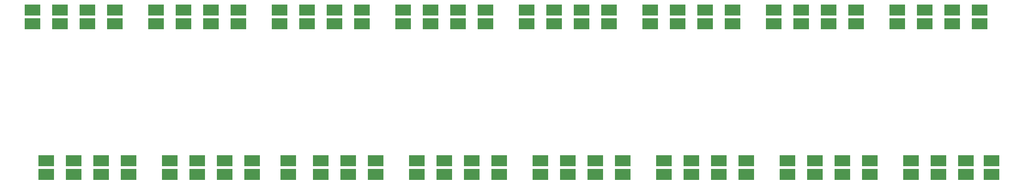
<source format=gbp>
G04 MADE WITH FRITZING*
G04 WWW.FRITZING.ORG*
G04 DOUBLE SIDED*
G04 HOLES PLATED*
G04 CONTOUR ON CENTER OF CONTOUR VECTOR*
%ASAXBY*%
%FSLAX23Y23*%
%MOIN*%
%OFA0B0*%
%SFA1.0B1.0*%
%ADD10R,0.118110X0.078740*%
%LNPASTEMASK0*%
G90*
G70*
G54D10*
X360Y1754D03*
X1260Y1754D03*
X2160Y1754D03*
X3060Y1754D03*
X3960Y1754D03*
X360Y1654D03*
X1260Y1654D03*
X2160Y1654D03*
X3060Y1654D03*
X3960Y1654D03*
X960Y1654D03*
X1860Y1654D03*
X2760Y1654D03*
X3660Y1654D03*
X4560Y1654D03*
X760Y1754D03*
X1660Y1754D03*
X2560Y1754D03*
X3460Y1754D03*
X4360Y1754D03*
X960Y1754D03*
X1860Y1754D03*
X2760Y1754D03*
X3660Y1754D03*
X4560Y1754D03*
X560Y1754D03*
X1460Y1754D03*
X2360Y1754D03*
X3260Y1754D03*
X4160Y1754D03*
X560Y1654D03*
X1460Y1654D03*
X2360Y1654D03*
X3260Y1654D03*
X4160Y1654D03*
X760Y1654D03*
X1660Y1654D03*
X2560Y1654D03*
X3460Y1654D03*
X4360Y1654D03*
X4860Y1754D03*
X4860Y1654D03*
X5460Y1654D03*
X5260Y1754D03*
X5460Y1754D03*
X5060Y1754D03*
X5060Y1654D03*
X5260Y1654D03*
X5760Y1754D03*
X5760Y1654D03*
X6360Y1654D03*
X6160Y1754D03*
X6360Y1754D03*
X5960Y1754D03*
X5960Y1654D03*
X6160Y1654D03*
X6660Y1754D03*
X6660Y1654D03*
X7260Y1654D03*
X7060Y1754D03*
X7260Y1754D03*
X6860Y1754D03*
X6860Y1654D03*
X7060Y1654D03*
X6960Y554D03*
X7348Y554D03*
X6960Y654D03*
X7348Y654D03*
X7160Y654D03*
X7160Y554D03*
X6760Y554D03*
X6760Y654D03*
X6060Y554D03*
X6460Y554D03*
X6060Y654D03*
X6460Y654D03*
X6260Y654D03*
X6260Y554D03*
X5860Y554D03*
X5860Y654D03*
X5160Y554D03*
X5560Y554D03*
X5160Y654D03*
X5560Y654D03*
X5360Y654D03*
X5360Y554D03*
X4960Y554D03*
X4960Y654D03*
X1060Y654D03*
X1960Y654D03*
X2860Y654D03*
X3760Y654D03*
X4660Y654D03*
X1060Y554D03*
X1960Y554D03*
X2860Y554D03*
X3760Y554D03*
X4660Y554D03*
X860Y554D03*
X1760Y554D03*
X2660Y554D03*
X3560Y554D03*
X4460Y554D03*
X860Y654D03*
X1760Y654D03*
X2660Y654D03*
X3560Y654D03*
X4460Y654D03*
X660Y554D03*
X1560Y554D03*
X2460Y554D03*
X3360Y554D03*
X4260Y554D03*
X660Y654D03*
X1560Y654D03*
X2460Y654D03*
X3360Y654D03*
X4260Y654D03*
X460Y554D03*
X1360Y554D03*
X2223Y554D03*
X3160Y554D03*
X4060Y554D03*
X460Y654D03*
X1360Y654D03*
X2223Y654D03*
X3160Y654D03*
X4060Y654D03*
G04 End of PasteMask0*
M02*
</source>
